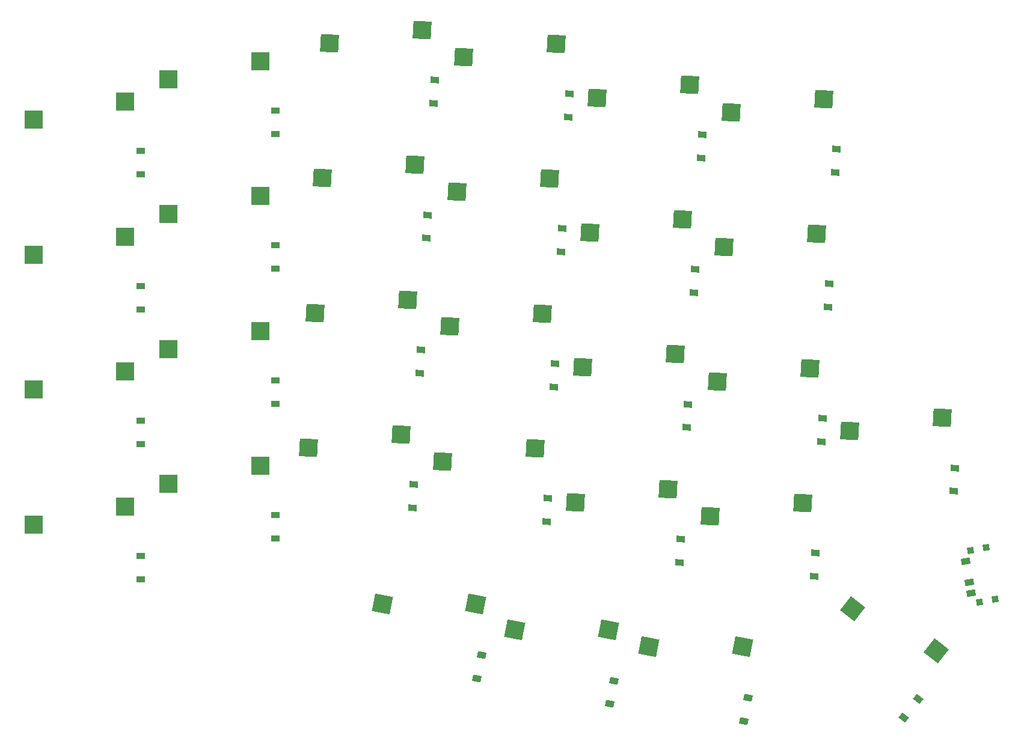
<source format=gbr>
%TF.GenerationSoftware,KiCad,Pcbnew,8.0.4*%
%TF.CreationDate,2024-09-16T15:22:01-06:00*%
%TF.ProjectId,left_board,6c656674-5f62-46f6-9172-642e6b696361,v1.0.0*%
%TF.SameCoordinates,Original*%
%TF.FileFunction,Paste,Bot*%
%TF.FilePolarity,Positive*%
%FSLAX46Y46*%
G04 Gerber Fmt 4.6, Leading zero omitted, Abs format (unit mm)*
G04 Created by KiCad (PCBNEW 8.0.4) date 2024-09-16 15:22:01*
%MOMM*%
%LPD*%
G01*
G04 APERTURE LIST*
G04 Aperture macros list*
%AMRotRect*
0 Rectangle, with rotation*
0 The origin of the aperture is its center*
0 $1 length*
0 $2 width*
0 $3 Rotation angle, in degrees counterclockwise*
0 Add horizontal line*
21,1,$1,$2,0,0,$3*%
G04 Aperture macros list end*
%ADD10RotRect,0.900000X0.900000X280.000000*%
%ADD11RotRect,0.900000X1.250000X280.000000*%
%ADD12RotRect,0.900000X1.200000X87.000000*%
%ADD13RotRect,2.550000X2.500000X357.000000*%
%ADD14RotRect,0.900000X1.200000X79.000000*%
%ADD15R,2.550000X2.500000*%
%ADD16R,1.200000X0.900000*%
%ADD17RotRect,2.550000X2.500000X349.000000*%
%ADD18RotRect,0.900000X1.200000X52.000000*%
%ADD19RotRect,2.550000X2.500000X322.000000*%
G04 APERTURE END LIST*
D10*
%TO.C,T1*%
X277027359Y-162148845D03*
X274860782Y-162530871D03*
X278312356Y-169436423D03*
X276145779Y-169818449D03*
D11*
X274152385Y-164128151D03*
X274673329Y-167082573D03*
X274933801Y-168559784D03*
%TD*%
D12*
%TO.C,D13*%
X215172738Y-158475696D03*
X215345446Y-155180218D03*
%TD*%
D13*
%TO.C,S22*%
X239151594Y-138776155D03*
X252193811Y-136916183D03*
%TD*%
%TO.C,S11*%
X183575529Y-110113247D03*
X196617746Y-108253275D03*
%TD*%
D14*
%TO.C,D25*%
X205347796Y-180564768D03*
X205977466Y-177325398D03*
%TD*%
D15*
%TO.C,S7*%
X161894120Y-115190988D03*
X174821120Y-112650988D03*
%TD*%
D12*
%TO.C,D19*%
X235886215Y-126278130D03*
X236058923Y-122982652D03*
%TD*%
D13*
%TO.C,S18*%
X220229968Y-136783142D03*
X233272185Y-134923170D03*
%TD*%
%TO.C,S12*%
X184569913Y-91139285D03*
X197612130Y-89279313D03*
%TD*%
%TO.C,S16*%
X203494024Y-93084863D03*
X216536241Y-91224891D03*
%TD*%
D12*
%TO.C,D14*%
X216167121Y-139501735D03*
X216339829Y-136206257D03*
%TD*%
%TO.C,D21*%
X252819074Y-166219065D03*
X252991782Y-162923587D03*
%TD*%
D16*
%TO.C,D7*%
X176979120Y-122880988D03*
X176979120Y-119580988D03*
%TD*%
D15*
%TO.C,S2*%
X142894120Y-139905988D03*
X155821120Y-137365988D03*
%TD*%
D16*
%TO.C,D6*%
X176979120Y-141880988D03*
X176979120Y-138580988D03*
%TD*%
D14*
%TO.C,D27*%
X242888140Y-186588476D03*
X243517810Y-183349106D03*
%TD*%
D15*
%TO.C,S5*%
X161894120Y-153190988D03*
X174821120Y-150650988D03*
%TD*%
D13*
%TO.C,S19*%
X221224352Y-117809181D03*
X234266569Y-115949209D03*
%TD*%
D14*
%TO.C,D26*%
X223998712Y-184190139D03*
X224628382Y-180950769D03*
%TD*%
D12*
%TO.C,D18*%
X234891832Y-145252091D03*
X235064540Y-141956613D03*
%TD*%
%TO.C,D24*%
X255802224Y-109297181D03*
X255974932Y-106001703D03*
%TD*%
D13*
%TO.C,S29*%
X257811539Y-145762315D03*
X270853756Y-143902343D03*
%TD*%
D17*
%TO.C,S25*%
X192007271Y-170137701D03*
X205181421Y-170110956D03*
%TD*%
D12*
%TO.C,D29*%
X272473403Y-154231264D03*
X272646111Y-150935786D03*
%TD*%
D15*
%TO.C,S8*%
X161894120Y-96190988D03*
X174821120Y-93650988D03*
%TD*%
%TO.C,S1*%
X142894120Y-158905988D03*
X155821120Y-156365988D03*
%TD*%
D13*
%TO.C,S13*%
X200510874Y-150006747D03*
X213553091Y-148146775D03*
%TD*%
D16*
%TO.C,D3*%
X157979120Y-128595988D03*
X157979120Y-125295988D03*
%TD*%
D12*
%TO.C,D22*%
X253813457Y-147245104D03*
X253986165Y-143949626D03*
%TD*%
D16*
%TO.C,D8*%
X176979120Y-103880988D03*
X176979120Y-100580988D03*
%TD*%
D12*
%TO.C,D15*%
X217161504Y-120527773D03*
X217334212Y-117232295D03*
%TD*%
D15*
%TO.C,S6*%
X161894120Y-134190988D03*
X174821120Y-131650988D03*
%TD*%
D17*
%TO.C,S26*%
X210658187Y-173763071D03*
X223832337Y-173736326D03*
%TD*%
D12*
%TO.C,D12*%
X199231776Y-99608234D03*
X199404484Y-96312756D03*
%TD*%
%TO.C,D10*%
X197243010Y-137556157D03*
X197415718Y-134260679D03*
%TD*%
D13*
%TO.C,S23*%
X240145977Y-119802193D03*
X253188194Y-117942221D03*
%TD*%
D15*
%TO.C,S3*%
X142894120Y-120905988D03*
X155821120Y-118365988D03*
%TD*%
%TO.C,S4*%
X142894120Y-101905988D03*
X155821120Y-99365988D03*
%TD*%
D12*
%TO.C,D23*%
X254807840Y-128271142D03*
X254980548Y-124975664D03*
%TD*%
D13*
%TO.C,S9*%
X181586763Y-148061169D03*
X194628980Y-146201197D03*
%TD*%
D17*
%TO.C,S27*%
X229547615Y-176161408D03*
X242721765Y-176134663D03*
%TD*%
D12*
%TO.C,D17*%
X233897449Y-164226052D03*
X234070157Y-160930574D03*
%TD*%
D13*
%TO.C,S15*%
X202499641Y-112058824D03*
X215541858Y-110198852D03*
%TD*%
%TO.C,S20*%
X222218735Y-98835219D03*
X235260952Y-96975247D03*
%TD*%
D16*
%TO.C,D2*%
X157979120Y-147595988D03*
X157979120Y-144295988D03*
%TD*%
D13*
%TO.C,S17*%
X219235585Y-155757103D03*
X232277802Y-153897131D03*
%TD*%
%TO.C,S14*%
X201505257Y-131032786D03*
X214547474Y-129172814D03*
%TD*%
%TO.C,S21*%
X238157211Y-157750116D03*
X251199428Y-155890144D03*
%TD*%
D16*
%TO.C,D1*%
X157979120Y-166595988D03*
X157979120Y-163295988D03*
%TD*%
D18*
%TO.C,D28*%
X265417110Y-186127273D03*
X267448792Y-183526837D03*
%TD*%
D16*
%TO.C,D4*%
X157979120Y-109595988D03*
X157979120Y-106295988D03*
%TD*%
%TO.C,D5*%
X176979120Y-160880988D03*
X176979120Y-157580988D03*
%TD*%
D19*
%TO.C,S28*%
X258264404Y-170780217D03*
X270014799Y-176737326D03*
%TD*%
D12*
%TO.C,D20*%
X236880598Y-107304168D03*
X237053306Y-104008690D03*
%TD*%
%TO.C,D9*%
X196248626Y-156530118D03*
X196421334Y-153234640D03*
%TD*%
%TO.C,D11*%
X198237393Y-118582196D03*
X198410101Y-115286718D03*
%TD*%
D13*
%TO.C,S24*%
X241140360Y-100828232D03*
X254182577Y-98968260D03*
%TD*%
%TO.C,S10*%
X182581146Y-129087208D03*
X195623363Y-127227236D03*
%TD*%
D12*
%TO.C,D16*%
X218155887Y-101553812D03*
X218328595Y-98258334D03*
%TD*%
M02*

</source>
